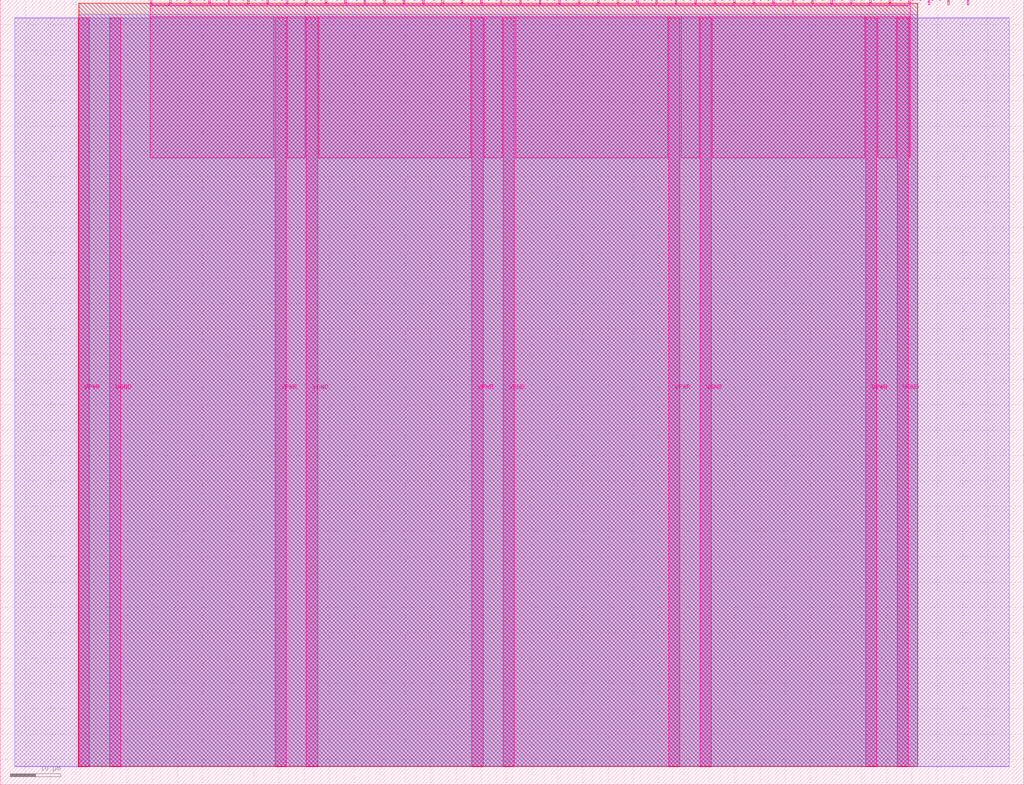
<source format=lef>
VERSION 5.7 ;
  NOWIREEXTENSIONATPIN ON ;
  DIVIDERCHAR "/" ;
  BUSBITCHARS "[]" ;
MACRO tt_um_CLA8
  CLASS BLOCK ;
  FOREIGN tt_um_CLA8 ;
  ORIGIN 0.000 0.000 ;
  SIZE 202.080 BY 154.980 ;
  PIN VGND
    DIRECTION INOUT ;
    USE GROUND ;
    PORT
      LAYER Metal5 ;
        RECT 21.580 3.560 23.780 151.420 ;
    END
    PORT
      LAYER Metal5 ;
        RECT 60.450 3.560 62.650 151.420 ;
    END
    PORT
      LAYER Metal5 ;
        RECT 99.320 3.560 101.520 151.420 ;
    END
    PORT
      LAYER Metal5 ;
        RECT 138.190 3.560 140.390 151.420 ;
    END
    PORT
      LAYER Metal5 ;
        RECT 177.060 3.560 179.260 151.420 ;
    END
  END VGND
  PIN VPWR
    DIRECTION INOUT ;
    USE POWER ;
    PORT
      LAYER Metal5 ;
        RECT 15.380 3.560 17.580 151.420 ;
    END
    PORT
      LAYER Metal5 ;
        RECT 54.250 3.560 56.450 151.420 ;
    END
    PORT
      LAYER Metal5 ;
        RECT 93.120 3.560 95.320 151.420 ;
    END
    PORT
      LAYER Metal5 ;
        RECT 131.990 3.560 134.190 151.420 ;
    END
    PORT
      LAYER Metal5 ;
        RECT 170.860 3.560 173.060 151.420 ;
    END
  END VPWR
  PIN clk
    DIRECTION INPUT ;
    USE SIGNAL ;
    PORT
      LAYER Metal5 ;
        RECT 187.050 153.980 187.350 154.980 ;
    END
  END clk
  PIN ena
    DIRECTION INPUT ;
    USE SIGNAL ;
    PORT
      LAYER Metal5 ;
        RECT 190.890 153.980 191.190 154.980 ;
    END
  END ena
  PIN rst_n
    DIRECTION INPUT ;
    USE SIGNAL ;
    PORT
      LAYER Metal5 ;
        RECT 183.210 153.980 183.510 154.980 ;
    END
  END rst_n
  PIN ui_in[0]
    DIRECTION INPUT ;
    USE SIGNAL ;
    ANTENNAGATEAREA 0.180700 ;
    PORT
      LAYER Metal5 ;
        RECT 179.370 153.980 179.670 154.980 ;
    END
  END ui_in[0]
  PIN ui_in[1]
    DIRECTION INPUT ;
    USE SIGNAL ;
    ANTENNAGATEAREA 0.213200 ;
    PORT
      LAYER Metal5 ;
        RECT 175.530 153.980 175.830 154.980 ;
    END
  END ui_in[1]
  PIN ui_in[2]
    DIRECTION INPUT ;
    USE SIGNAL ;
    ANTENNAGATEAREA 0.180700 ;
    PORT
      LAYER Metal5 ;
        RECT 171.690 153.980 171.990 154.980 ;
    END
  END ui_in[2]
  PIN ui_in[3]
    DIRECTION INPUT ;
    USE SIGNAL ;
    ANTENNAGATEAREA 0.180700 ;
    PORT
      LAYER Metal5 ;
        RECT 167.850 153.980 168.150 154.980 ;
    END
  END ui_in[3]
  PIN ui_in[4]
    DIRECTION INPUT ;
    USE SIGNAL ;
    ANTENNAGATEAREA 0.180700 ;
    PORT
      LAYER Metal5 ;
        RECT 164.010 153.980 164.310 154.980 ;
    END
  END ui_in[4]
  PIN ui_in[5]
    DIRECTION INPUT ;
    USE SIGNAL ;
    ANTENNAGATEAREA 0.180700 ;
    PORT
      LAYER Metal5 ;
        RECT 160.170 153.980 160.470 154.980 ;
    END
  END ui_in[5]
  PIN ui_in[6]
    DIRECTION INPUT ;
    USE SIGNAL ;
    ANTENNAGATEAREA 0.180700 ;
    PORT
      LAYER Metal5 ;
        RECT 156.330 153.980 156.630 154.980 ;
    END
  END ui_in[6]
  PIN ui_in[7]
    DIRECTION INPUT ;
    USE SIGNAL ;
    ANTENNAGATEAREA 0.180700 ;
    PORT
      LAYER Metal5 ;
        RECT 152.490 153.980 152.790 154.980 ;
    END
  END ui_in[7]
  PIN uio_in[0]
    DIRECTION INPUT ;
    USE SIGNAL ;
    ANTENNAGATEAREA 0.180700 ;
    PORT
      LAYER Metal5 ;
        RECT 148.650 153.980 148.950 154.980 ;
    END
  END uio_in[0]
  PIN uio_in[1]
    DIRECTION INPUT ;
    USE SIGNAL ;
    ANTENNAGATEAREA 0.180700 ;
    PORT
      LAYER Metal5 ;
        RECT 144.810 153.980 145.110 154.980 ;
    END
  END uio_in[1]
  PIN uio_in[2]
    DIRECTION INPUT ;
    USE SIGNAL ;
    ANTENNAGATEAREA 0.180700 ;
    PORT
      LAYER Metal5 ;
        RECT 140.970 153.980 141.270 154.980 ;
    END
  END uio_in[2]
  PIN uio_in[3]
    DIRECTION INPUT ;
    USE SIGNAL ;
    ANTENNAGATEAREA 0.180700 ;
    PORT
      LAYER Metal5 ;
        RECT 137.130 153.980 137.430 154.980 ;
    END
  END uio_in[3]
  PIN uio_in[4]
    DIRECTION INPUT ;
    USE SIGNAL ;
    ANTENNAGATEAREA 0.180700 ;
    PORT
      LAYER Metal5 ;
        RECT 133.290 153.980 133.590 154.980 ;
    END
  END uio_in[4]
  PIN uio_in[5]
    DIRECTION INPUT ;
    USE SIGNAL ;
    ANTENNAGATEAREA 0.180700 ;
    PORT
      LAYER Metal5 ;
        RECT 129.450 153.980 129.750 154.980 ;
    END
  END uio_in[5]
  PIN uio_in[6]
    DIRECTION INPUT ;
    USE SIGNAL ;
    ANTENNAGATEAREA 0.180700 ;
    PORT
      LAYER Metal5 ;
        RECT 125.610 153.980 125.910 154.980 ;
    END
  END uio_in[6]
  PIN uio_in[7]
    DIRECTION INPUT ;
    USE SIGNAL ;
    ANTENNAGATEAREA 0.180700 ;
    PORT
      LAYER Metal5 ;
        RECT 121.770 153.980 122.070 154.980 ;
    END
  END uio_in[7]
  PIN uio_oe[0]
    DIRECTION OUTPUT ;
    USE SIGNAL ;
    ANTENNADIFFAREA 0.299200 ;
    PORT
      LAYER Metal5 ;
        RECT 56.490 153.980 56.790 154.980 ;
    END
  END uio_oe[0]
  PIN uio_oe[1]
    DIRECTION OUTPUT ;
    USE SIGNAL ;
    ANTENNADIFFAREA 0.299200 ;
    PORT
      LAYER Metal5 ;
        RECT 52.650 153.980 52.950 154.980 ;
    END
  END uio_oe[1]
  PIN uio_oe[2]
    DIRECTION OUTPUT ;
    USE SIGNAL ;
    ANTENNADIFFAREA 0.299200 ;
    PORT
      LAYER Metal5 ;
        RECT 48.810 153.980 49.110 154.980 ;
    END
  END uio_oe[2]
  PIN uio_oe[3]
    DIRECTION OUTPUT ;
    USE SIGNAL ;
    ANTENNADIFFAREA 0.299200 ;
    PORT
      LAYER Metal5 ;
        RECT 44.970 153.980 45.270 154.980 ;
    END
  END uio_oe[3]
  PIN uio_oe[4]
    DIRECTION OUTPUT ;
    USE SIGNAL ;
    ANTENNADIFFAREA 0.299200 ;
    PORT
      LAYER Metal5 ;
        RECT 41.130 153.980 41.430 154.980 ;
    END
  END uio_oe[4]
  PIN uio_oe[5]
    DIRECTION OUTPUT ;
    USE SIGNAL ;
    ANTENNADIFFAREA 0.299200 ;
    PORT
      LAYER Metal5 ;
        RECT 37.290 153.980 37.590 154.980 ;
    END
  END uio_oe[5]
  PIN uio_oe[6]
    DIRECTION OUTPUT ;
    USE SIGNAL ;
    ANTENNADIFFAREA 0.299200 ;
    PORT
      LAYER Metal5 ;
        RECT 33.450 153.980 33.750 154.980 ;
    END
  END uio_oe[6]
  PIN uio_oe[7]
    DIRECTION OUTPUT ;
    USE SIGNAL ;
    ANTENNADIFFAREA 0.299200 ;
    PORT
      LAYER Metal5 ;
        RECT 29.610 153.980 29.910 154.980 ;
    END
  END uio_oe[7]
  PIN uio_out[0]
    DIRECTION OUTPUT ;
    USE SIGNAL ;
    ANTENNADIFFAREA 0.299200 ;
    PORT
      LAYER Metal5 ;
        RECT 87.210 153.980 87.510 154.980 ;
    END
  END uio_out[0]
  PIN uio_out[1]
    DIRECTION OUTPUT ;
    USE SIGNAL ;
    ANTENNADIFFAREA 0.299200 ;
    PORT
      LAYER Metal5 ;
        RECT 83.370 153.980 83.670 154.980 ;
    END
  END uio_out[1]
  PIN uio_out[2]
    DIRECTION OUTPUT ;
    USE SIGNAL ;
    ANTENNADIFFAREA 0.299200 ;
    PORT
      LAYER Metal5 ;
        RECT 79.530 153.980 79.830 154.980 ;
    END
  END uio_out[2]
  PIN uio_out[3]
    DIRECTION OUTPUT ;
    USE SIGNAL ;
    ANTENNADIFFAREA 0.299200 ;
    PORT
      LAYER Metal5 ;
        RECT 75.690 153.980 75.990 154.980 ;
    END
  END uio_out[3]
  PIN uio_out[4]
    DIRECTION OUTPUT ;
    USE SIGNAL ;
    ANTENNADIFFAREA 0.299200 ;
    PORT
      LAYER Metal5 ;
        RECT 71.850 153.980 72.150 154.980 ;
    END
  END uio_out[4]
  PIN uio_out[5]
    DIRECTION OUTPUT ;
    USE SIGNAL ;
    ANTENNADIFFAREA 0.299200 ;
    PORT
      LAYER Metal5 ;
        RECT 68.010 153.980 68.310 154.980 ;
    END
  END uio_out[5]
  PIN uio_out[6]
    DIRECTION OUTPUT ;
    USE SIGNAL ;
    ANTENNADIFFAREA 0.299200 ;
    PORT
      LAYER Metal5 ;
        RECT 64.170 153.980 64.470 154.980 ;
    END
  END uio_out[6]
  PIN uio_out[7]
    DIRECTION OUTPUT ;
    USE SIGNAL ;
    ANTENNADIFFAREA 0.299200 ;
    PORT
      LAYER Metal5 ;
        RECT 60.330 153.980 60.630 154.980 ;
    END
  END uio_out[7]
  PIN uo_out[0]
    DIRECTION OUTPUT ;
    USE SIGNAL ;
    ANTENNADIFFAREA 0.706400 ;
    PORT
      LAYER Metal5 ;
        RECT 117.930 153.980 118.230 154.980 ;
    END
  END uo_out[0]
  PIN uo_out[1]
    DIRECTION OUTPUT ;
    USE SIGNAL ;
    ANTENNADIFFAREA 0.733200 ;
    PORT
      LAYER Metal5 ;
        RECT 114.090 153.980 114.390 154.980 ;
    END
  END uo_out[1]
  PIN uo_out[2]
    DIRECTION OUTPUT ;
    USE SIGNAL ;
    ANTENNADIFFAREA 0.972800 ;
    PORT
      LAYER Metal5 ;
        RECT 110.250 153.980 110.550 154.980 ;
    END
  END uo_out[2]
  PIN uo_out[3]
    DIRECTION OUTPUT ;
    USE SIGNAL ;
    ANTENNADIFFAREA 0.733200 ;
    PORT
      LAYER Metal5 ;
        RECT 106.410 153.980 106.710 154.980 ;
    END
  END uo_out[3]
  PIN uo_out[4]
    DIRECTION OUTPUT ;
    USE SIGNAL ;
    ANTENNADIFFAREA 0.733200 ;
    PORT
      LAYER Metal5 ;
        RECT 102.570 153.980 102.870 154.980 ;
    END
  END uo_out[4]
  PIN uo_out[5]
    DIRECTION OUTPUT ;
    USE SIGNAL ;
    ANTENNADIFFAREA 0.733200 ;
    PORT
      LAYER Metal5 ;
        RECT 98.730 153.980 99.030 154.980 ;
    END
  END uo_out[5]
  PIN uo_out[6]
    DIRECTION OUTPUT ;
    USE SIGNAL ;
    ANTENNADIFFAREA 0.733200 ;
    PORT
      LAYER Metal5 ;
        RECT 94.890 153.980 95.190 154.980 ;
    END
  END uo_out[6]
  PIN uo_out[7]
    DIRECTION OUTPUT ;
    USE SIGNAL ;
    ANTENNADIFFAREA 0.733200 ;
    PORT
      LAYER Metal5 ;
        RECT 91.050 153.980 91.350 154.980 ;
    END
  END uo_out[7]
  OBS
      LAYER GatPoly ;
        RECT 2.880 3.630 199.200 151.350 ;
      LAYER Metal1 ;
        RECT 2.880 3.560 199.200 151.420 ;
      LAYER Metal2 ;
        RECT 15.515 3.680 181.105 152.140 ;
      LAYER Metal3 ;
        RECT 15.560 3.635 181.060 154.285 ;
      LAYER Metal4 ;
        RECT 15.515 3.680 181.105 154.240 ;
      LAYER Metal5 ;
        RECT 30.120 153.770 33.240 153.980 ;
        RECT 33.960 153.770 37.080 153.980 ;
        RECT 37.800 153.770 40.920 153.980 ;
        RECT 41.640 153.770 44.760 153.980 ;
        RECT 45.480 153.770 48.600 153.980 ;
        RECT 49.320 153.770 52.440 153.980 ;
        RECT 53.160 153.770 56.280 153.980 ;
        RECT 57.000 153.770 60.120 153.980 ;
        RECT 60.840 153.770 63.960 153.980 ;
        RECT 64.680 153.770 67.800 153.980 ;
        RECT 68.520 153.770 71.640 153.980 ;
        RECT 72.360 153.770 75.480 153.980 ;
        RECT 76.200 153.770 79.320 153.980 ;
        RECT 80.040 153.770 83.160 153.980 ;
        RECT 83.880 153.770 87.000 153.980 ;
        RECT 87.720 153.770 90.840 153.980 ;
        RECT 91.560 153.770 94.680 153.980 ;
        RECT 95.400 153.770 98.520 153.980 ;
        RECT 99.240 153.770 102.360 153.980 ;
        RECT 103.080 153.770 106.200 153.980 ;
        RECT 106.920 153.770 110.040 153.980 ;
        RECT 110.760 153.770 113.880 153.980 ;
        RECT 114.600 153.770 117.720 153.980 ;
        RECT 118.440 153.770 121.560 153.980 ;
        RECT 122.280 153.770 125.400 153.980 ;
        RECT 126.120 153.770 129.240 153.980 ;
        RECT 129.960 153.770 133.080 153.980 ;
        RECT 133.800 153.770 136.920 153.980 ;
        RECT 137.640 153.770 140.760 153.980 ;
        RECT 141.480 153.770 144.600 153.980 ;
        RECT 145.320 153.770 148.440 153.980 ;
        RECT 149.160 153.770 152.280 153.980 ;
        RECT 153.000 153.770 156.120 153.980 ;
        RECT 156.840 153.770 159.960 153.980 ;
        RECT 160.680 153.770 163.800 153.980 ;
        RECT 164.520 153.770 167.640 153.980 ;
        RECT 168.360 153.770 171.480 153.980 ;
        RECT 172.200 153.770 175.320 153.980 ;
        RECT 176.040 153.770 179.160 153.980 ;
        RECT 29.660 151.630 179.620 153.770 ;
        RECT 29.660 123.755 54.040 151.630 ;
        RECT 56.660 123.755 60.240 151.630 ;
        RECT 62.860 123.755 92.910 151.630 ;
        RECT 95.530 123.755 99.110 151.630 ;
        RECT 101.730 123.755 131.780 151.630 ;
        RECT 134.400 123.755 137.980 151.630 ;
        RECT 140.600 123.755 170.650 151.630 ;
        RECT 173.270 123.755 176.850 151.630 ;
        RECT 179.470 123.755 179.620 151.630 ;
  END
END tt_um_CLA8
END LIBRARY


</source>
